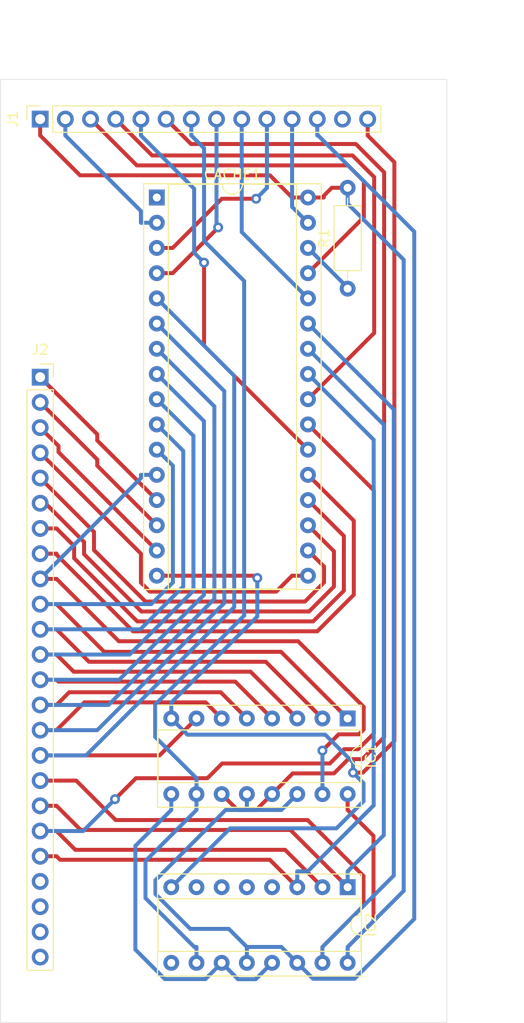
<source format=kicad_pcb>
(kicad_pcb (version 20221018) (generator pcbnew)
  (layers (0 "F.Cu" signal) (31 "B.Cu" signal) (34 "B.Paste" user) (35 "F.Paste" user) (36 "B.SilkS" user "B.Silkscreen") (37 "F.SilkS" user "F.Silkscreen") (38 "B.Mask" user) (39 "F.Mask" user) (44 "Edge.Cuts" user))
  (net 0 "")
  (net 2 "/IOCACHE-128K_ZXspectrum/CACHE_CONTROL.A16")
  (net 3 "/IOCACHE-128K_ZXspectrum/CACHE_SEL_2")
  (net 4 "/IOCACHE-128K_ZXspectrum/CACHE_SEL_0")
  (net 5 "/IOCACHE-128K_ZXspectrum/LOCAL_A7")
  (net 6 "/IOCACHE-128K_ZXspectrum/LOCAL_A6")
  (net 7 "/IOCACHE-128K_ZXspectrum/LOCAL_A5")
  (net 8 "/IOCACHE-128K_ZXspectrum/LOCAL_A4")
  (net 9 "/IOCACHE-128K_ZXspectrum/LOCAL_A3")
  (net 10 "/IOCACHE-128K_ZXspectrum/LOCAL_A2")
  (net 11 "/IOCACHE-128K_ZXspectrum/LOCAL_A1")
  (net 12 "/IOCACHE-128K_ZXspectrum/LOCAL_A0")
  (net 13 "/IOCACHE-128K_ZXspectrum/LOCAL_D0")
  (net 14 "/IOCACHE-128K_ZXspectrum/LOCAL_D1")
  (net 15 "/IOCACHE-128K_ZXspectrum/LOCAL_D2")
  (net 16 "GND")
  (net 17 "/IOCACHE-128K_ZXspectrum/LOCAL_D3")
  (net 18 "/IOCACHE-128K_ZXspectrum/LOCAL_D4")
  (net 19 "/IOCACHE-128K_ZXspectrum/LOCAL_D5")
  (net 20 "/IOCACHE-128K_ZXspectrum/LOCAL_D6")
  (net 21 "/IOCACHE-128K_ZXspectrum/LOCAL_D7")
  (net 22 "/IOCACHE-128K_ZXspectrum/CACHE_CONTROL.CS")
  (net 23 "/IOCACHE-128K_ZXspectrum/LOCAL_A10")
  (net 24 "/IOCACHE-128K_ZXspectrum/CACHE_CONTROL.OE")
  (net 25 "/IOCACHE-128K_ZXspectrum/LOCAL_A11")
  (net 26 "/IOCACHE-128K_ZXspectrum/LOCAL_A9")
  (net 27 "/IOCACHE-128K_ZXspectrum/LOCAL_A8")
  (net 28 "/IOCACHE-128K_ZXspectrum/CACHE_SEL_1")
  (net 29 "/IOCACHE-128K_ZXspectrum/CACHE_CONTROL.WE")
  (net 30 "/IOCACHE-128K_ZXspectrum/CACHE_CE2")
  (net 31 "/IOCACHE-128K_ZXspectrum/CACHE_SEL_3")
  (net 32 "+5V")
  (net 33 "Net-(IC1-~{RCO})")
  (net 34 "/IOCACHE-128K_ZXspectrum/Z80_HARDLOCK")
  (net 35 "/IOCACHE-128K_ZXspectrum/CACHE_CONTROL.DATASTATUS+PERM_Z80_IORQ")
  (net 36 "/IOCACHE-128K_ZXspectrum/CACHE_DATASTATUS")
  (net 43 "/IOCACHE-128K_ZXspectrum/LOCAL_A12")
  (net 44 "/IOCACHE-128K_ZXspectrum/LOCAL_A13")
  (net 45 "/IOCACHE-128K_ZXspectrum/LOCAL_A14")
  (net 46 "/IOCACHE-128K_ZXspectrum/LOCAL_A15")
  (footprint "Connector_PinSocket_2.54mm:PinSocket_1x14_P2.54mm_Vertical" (layer "F.Cu") (at 118 69 90)
    (fp_text reference "J1" (at 0 -2.77 90) (layer "F.SilkS"))
    (fp_text value "Conn_01x14_Socket")
    (fp_line (start -1.33 1.27) (end -1.33 34.35) (stroke (width 0.12)) (layer "F.SilkS"))
    (fp_line (start -1.33 1.27) (end 1.33 1.27) (stroke (width 0.12)) (layer "F.SilkS"))
    (fp_line (start -1.33 34.35) (end 1.33 34.35) (stroke (width 0.12)) (layer "F.SilkS"))
    (fp_line (start 0 -1.33) (end 1.33 -1.33) (stroke (width 0.12)) (layer "F.SilkS"))
    (fp_line (start 1.33 -1.33) (end 1.33 0) (stroke (width 0.12)) (layer "F.SilkS"))
    (fp_line (start 1.33 1.27) (end 1.33 34.35) (stroke (width 0.12)) (layer "F.SilkS"))
    (pad "1" thru_hole rect (at 0 0 90) (size 1.7 1.7) (drill 1) (layers "*.Cu" "*.Mask") (net 32 "+5V"))
    (pad "2" thru_hole oval (at 0 2.54 90) (size 1.7 1.7) (drill 1) (layers "*.Cu" "*.Mask") (net 2 "/IOCACHE-128K_ZXspectrum/CACHE_CONTROL.A16"))
    (pad "3" thru_hole oval (at 0 5.08 90) (size 1.7 1.7) (drill 1) (layers "*.Cu" "*.Mask") (net 29 "/IOCACHE-128K_ZXspectrum/CACHE_CONTROL.WE"))
    (pad "4" thru_hole oval (at 0 7.62 90) (size 1.7 1.7) (drill 1) (layers "*.Cu" "*.Mask") (net 24 "/IOCACHE-128K_ZXspectrum/CACHE_CONTROL.OE"))
    (pad "5" thru_hole oval (at 0 10.16 90) (size 1.7 1.7) (drill 1) (layers "*.Cu" "*.Mask") (net 22 "/IOCACHE-128K_ZXspectrum/CACHE_CONTROL.CS"))
    (pad "6" thru_hole oval (at 0 12.7 90) (size 1.7 1.7) (drill 1) (layers "*.Cu" "*.Mask") (net 35 "/IOCACHE-128K_ZXspectrum/CACHE_CONTROL.DATASTATUS+PERM_Z80_IORQ"))
    (pad "7" thru_hole oval (at 0 15.24 90) (size 1.7 1.7) (drill 1) (layers "*.Cu" "*.Mask") (net 34 "/IOCACHE-128K_ZXspectrum/Z80_HARDLOCK"))
    (pad "8" thru_hole oval (at 0 17.78 90) (size 1.7 1.7) (drill 1) (layers "*.Cu" "*.Mask") (net 4 "/IOCACHE-128K_ZXspectrum/CACHE_SEL_0"))
    (pad "9" thru_hole oval (at 0 20.32 90) (size 1.7 1.7) (drill 1) (layers "*.Cu" "*.Mask") (net 28 "/IOCACHE-128K_ZXspectrum/CACHE_SEL_1"))
    (pad "10" thru_hole oval (at 0 22.86 90) (size 1.7 1.7) (drill 1) (layers "*.Cu" "*.Mask") (net 3 "/IOCACHE-128K_ZXspectrum/CACHE_SEL_2"))
    (pad "11" thru_hole oval (at 0 25.4 90) (size 1.7 1.7) (drill 1) (layers "*.Cu" "*.Mask") (net 31 "/IOCACHE-128K_ZXspectrum/CACHE_SEL_3"))
    (pad "12" thru_hole oval (at 0 27.94 90) (size 1.7 1.7) (drill 1) (layers "*.Cu" "*.Mask") (net 36 "/IOCACHE-128K_ZXspectrum/CACHE_DATASTATUS"))
    (pad "13" thru_hole oval (at 0 30.48 90) (size 1.7 1.7) (drill 1) (layers "*.Cu" "*.Mask"))
    (pad "14" thru_hole oval (at 0 33.02 90) (size 1.7 1.7) (drill 1) (layers "*.Cu" "*.Mask") (net 16 "GND"))
  )
  (footprint "Package_DIP:DIP-16_W7.62mm_Socket" (layer "F.Cu") (at 149 129.38 -90)
    (fp_text reference "IC1" (at 3.81 -2.33 90) (layer "F.SilkS"))
    (fp_text value "74HC590N")
    (fp_line (start -1.33 -1.39) (end -1.33 19.17) (stroke (width 0.12)) (layer "F.SilkS"))
    (fp_line (start -1.33 19.17) (end 8.95 19.17) (stroke (width 0.12)) (layer "F.SilkS"))
    (fp_line (start 1.16 -1.33) (end 1.16 19.11) (stroke (width 0.12)) (layer "F.SilkS"))
    (fp_line (start 1.16 19.11) (end 6.46 19.11) (stroke (width 0.12)) (layer "F.SilkS"))
    (fp_line (start 2.81 -1.33) (end 1.16 -1.33) (stroke (width 0.12)) (layer "F.SilkS"))
    (fp_line (start 6.46 -1.33) (end 4.81 -1.33) (stroke (width 0.12)) (layer "F.SilkS"))
    (fp_line (start 6.46 19.11) (end 6.46 -1.33) (stroke (width 0.12)) (layer "F.SilkS"))
    (fp_line (start 8.95 -1.39) (end -1.33 -1.39) (stroke (width 0.12)) (layer "F.SilkS"))
    (fp_line (start 8.95 19.17) (end 8.95 -1.39) (stroke (width 0.12)) (layer "F.SilkS"))
    (fp_arc (start 4.81 -1.33) (mid 3.81 -0.33) (end 2.81 -1.33) (stroke (width 0.12)) (layer "F.SilkS"))
    (pad "1" thru_hole rect (at 0 0 270) (size 1.6 1.6) (drill 0.8) (layers "*.Cu" "*.Mask") (net 11 "/IOCACHE-128K_ZXspectrum/LOCAL_A1"))
    (pad "2" thru_hole oval (at 0 2.54 270) (size 1.6 1.6) (drill 0.8) (layers "*.Cu" "*.Mask") (net 10 "/IOCACHE-128K_ZXspectrum/LOCAL_A2"))
    (pad "3" thru_hole oval (at 0 5.08 270) (size 1.6 1.6) (drill 0.8) (layers "*.Cu" "*.Mask") (net 9 "/IOCACHE-128K_ZXspectrum/LOCAL_A3"))
    (pad "4" thru_hole oval (at 0 7.62 270) (size 1.6 1.6) (drill 0.8) (layers "*.Cu" "*.Mask") (net 8 "/IOCACHE-128K_ZXspectrum/LOCAL_A4"))
    (pad "5" thru_hole oval (at 0 10.16 270) (size 1.6 1.6) (drill 0.8) (layers "*.Cu" "*.Mask") (net 7 "/IOCACHE-128K_ZXspectrum/LOCAL_A5"))
    (pad "6" thru_hole oval (at 0 12.7 270) (size 1.6 1.6) (drill 0.8) (layers "*.Cu" "*.Mask") (net 6 "/IOCACHE-128K_ZXspectrum/LOCAL_A6"))
    (pad "7" thru_hole oval (at 0 15.24 270) (size 1.6 1.6) (drill 0.8) (layers "*.Cu" "*.Mask") (net 5 "/IOCACHE-128K_ZXspectrum/LOCAL_A7"))
    (pad "8" thru_hole oval (at 0 17.78 270) (size 1.6 1.6) (drill 0.8) (layers "*.Cu" "*.Mask") (net 16 "GND"))
    (pad "9" thru_hole oval (at 7.62 17.78 270) (size 1.6 1.6) (drill 0.8) (layers "*.Cu" "*.Mask") (net 33 "Net-(IC1-~{RCO})"))
    (pad "10" thru_hole oval (at 7.62 15.24 270) (size 1.6 1.6) (drill 0.8) (layers "*.Cu" "*.Mask") (net 34 "/IOCACHE-128K_ZXspectrum/Z80_HARDLOCK"))
    (pad "11" thru_hole oval (at 7.62 12.7 270) (size 1.6 1.6) (drill 0.8) (layers "*.Cu" "*.Mask") (net 35 "/IOCACHE-128K_ZXspectrum/CACHE_CONTROL.DATASTATUS+PERM_Z80_IORQ"))
    (pad "12" thru_hole oval (at 7.62 10.16 270) (size 1.6 1.6) (drill 0.8) (layers "*.Cu" "*.Mask") (net 36 "/IOCACHE-128K_ZXspectrum/CACHE_DATASTATUS"))
    (pad "13" thru_hole oval (at 7.62 7.62 270) (size 1.6 1.6) (drill 0.8) (layers "*.Cu" "*.Mask") (net 35 "/IOCACHE-128K_ZXspectrum/CACHE_CONTROL.DATASTATUS+PERM_Z80_IORQ"))
    (pad "14" thru_hole oval (at 7.62 5.08 270) (size 1.6 1.6) (drill 0.8) (layers "*.Cu" "*.Mask") (net 36 "/IOCACHE-128K_ZXspectrum/CACHE_DATASTATUS"))
    (pad "15" thru_hole oval (at 7.62 2.54 270) (size 1.6 1.6) (drill 0.8) (layers "*.Cu" "*.Mask") (net 12 "/IOCACHE-128K_ZXspectrum/LOCAL_A0"))
    (pad "16" thru_hole oval (at 7.62 0 270) (size 1.6 1.6) (drill 0.8) (layers "*.Cu" "*.Mask") (net 32 "+5V"))
  )
  (footprint "Package_DIP:DIP-16_W7.62mm_Socket" (layer "F.Cu") (at 149 146.38 -90)
    (fp_text reference "IC2" (at 3.81 -2.33 90) (layer "F.SilkS"))
    (fp_text value "74HC590N")
    (fp_line (start -1.33 -1.39) (end -1.33 19.17) (stroke (width 0.12)) (layer "F.SilkS"))
    (fp_line (start -1.33 19.17) (end 8.95 19.17) (stroke (width 0.12)) (layer "F.SilkS"))
    (fp_line (start 1.16 -1.33) (end 1.16 19.11) (stroke (width 0.12)) (layer "F.SilkS"))
    (fp_line (start 1.16 19.11) (end 6.46 19.11) (stroke (width 0.12)) (layer "F.SilkS"))
    (fp_line (start 2.81 -1.33) (end 1.16 -1.33) (stroke (width 0.12)) (layer "F.SilkS"))
    (fp_line (start 6.46 -1.33) (end 4.81 -1.33) (stroke (width 0.12)) (layer "F.SilkS"))
    (fp_line (start 6.46 19.11) (end 6.46 -1.33) (stroke (width 0.12)) (layer "F.SilkS"))
    (fp_line (start 8.95 -1.39) (end -1.33 -1.39) (stroke (width 0.12)) (layer "F.SilkS"))
    (fp_line (start 8.95 19.17) (end 8.95 -1.39) (stroke (width 0.12)) (layer "F.SilkS"))
    (fp_arc (start 4.81 -1.33) (mid 3.81 -0.33) (end 2.81 -1.33) (stroke (width 0.12)) (layer "F.SilkS"))
    (pad "1" thru_hole rect (at 0 0 270) (size 1.6 1.6) (drill 0.8) (layers "*.Cu" "*.Mask") (net 26 "/IOCACHE-128K_ZXspectrum/LOCAL_A9"))
    (pad "2" thru_hole oval (at 0 2.54 270) (size 1.6 1.6) (drill 0.8) (layers "*.Cu" "*.Mask") (net 23 "/IOCACHE-128K_ZXspectrum/LOCAL_A10"))
    (pad "3" thru_hole oval (at 0 5.08 270) (size 1.6 1.6) (drill 0.8) (layers "*.Cu" "*.Mask") (net 25 "/IOCACHE-128K_ZXspectrum/LOCAL_A11"))
    (pad "4" thru_hole oval (at 0 7.62 270) (size 1.6 1.6) (drill 0.8) (layers "*.Cu" "*.Mask"))
    (pad "5" thru_hole oval (at 0 10.16 270) (size 1.6 1.6) (drill 0.8) (layers "*.Cu" "*.Mask"))
    (pad "6" thru_hole oval (at 0 12.7 270) (size 1.6 1.6) (drill 0.8) (layers "*.Cu" "*.Mask"))
    (pad "7" thru_hole oval (at 0 15.24 270) (size 1.6 1.6) (drill 0.8) (layers "*.Cu" "*.Mask"))
    (pad "8" thru_hole oval (at 0 17.78 270) (size 1.6 1.6) (drill 0.8) (layers "*.Cu" "*.Mask") (net 16 "GND"))
    (pad "9" thru_hole oval (at 7.62 17.78 270) (size 1.6 1.6) (drill 0.8) (layers "*.Cu" "*.Mask"))
    (pad "10" thru_hole oval (at 7.62 15.24 270) (size 1.6 1.6) (drill 0.8) (layers "*.Cu" "*.Mask") (net 34 "/IOCACHE-128K_ZXspectrum/Z80_HARDLOCK"))
    (pad "11" thru_hole oval (at 7.62 12.7 270) (size 1.6 1.6) (drill 0.8) (layers "*.Cu" "*.Mask") (net 33 "Net-(IC1-~{RCO})"))
    (pad "12" thru_hole oval (at 7.62 10.16 270) (size 1.6 1.6) (drill 0.8) (layers "*.Cu" "*.Mask") (net 36 "/IOCACHE-128K_ZXspectrum/CACHE_DATASTATUS"))
    (pad "13" thru_hole oval (at 7.62 7.62 270) (size 1.6 1.6) (drill 0.8) (layers "*.Cu" "*.Mask") (net 33 "Net-(IC1-~{RCO})"))
    (pad "14" thru_hole oval (at 7.62 5.08 270) (size 1.6 1.6) (drill 0.8) (layers "*.Cu" "*.Mask") (net 36 "/IOCACHE-128K_ZXspectrum/CACHE_DATASTATUS"))
    (pad "15" thru_hole oval (at 7.62 2.54 270) (size 1.6 1.6) (drill 0.8) (layers "*.Cu" "*.Mask") (net 27 "/IOCACHE-128K_ZXspectrum/LOCAL_A8"))
    (pad "16" thru_hole oval (at 7.62 0 270) (size 1.6 1.6) (drill 0.8) (layers "*.Cu" "*.Mask") (net 32 "+5V"))
  )
  (footprint "Package_DIP:DIP-32_W15.24mm_Socket" (layer "F.Cu") (at 129.76 76.9)
    (fp_text reference "CACHE1" (at 7.62 -2.33) (layer "F.SilkS"))
    (fp_text value "AS6C1008-55PCN")
    (fp_line (start -1.33 -1.39) (end -1.33 39.49) (stroke (width 0.12)) (layer "F.SilkS"))
    (fp_line (start -1.33 39.49) (end 16.57 39.49) (stroke (width 0.12)) (layer "F.SilkS"))
    (fp_line (start 1.16 -1.33) (end 1.16 39.43) (stroke (width 0.12)) (layer "F.SilkS"))
    (fp_line (start 1.16 39.43) (end 14.08 39.43) (stroke (width 0.12)) (layer "F.SilkS"))
    (fp_line (start 6.62 -1.33) (end 1.16 -1.33) (stroke (width 0.12)) (layer "F.SilkS"))
    (fp_line (start 14.08 -1.33) (end 8.62 -1.33) (stroke (width 0.12)) (layer "F.SilkS"))
    (fp_line (start 14.08 39.43) (end 14.08 -1.33) (stroke (width 0.12)) (layer "F.SilkS"))
    (fp_line (start 16.57 -1.39) (end -1.33 -1.39) (stroke (width 0.12)) (layer "F.SilkS"))
    (fp_line (start 16.57 39.49) (end 16.57 -1.39) (stroke (width 0.12)) (layer "F.SilkS"))
    (fp_arc (start 8.62 -1.33) (mid 7.62 -0.33) (end 6.62 -1.33) (stroke (width 0.12)) (layer "F.SilkS"))
    (pad "1" thru_hole rect (at 0 0) (size 1.6 1.6) (drill 0.8) (layers "*.Cu" "*.Mask"))
    (pad "2" thru_hole oval (at 0 2.54) (size 1.6 1.6) (drill 0.8) (layers "*.Cu" "*.Mask") (net 2 "/IOCACHE-128K_ZXspectrum/CACHE_CONTROL.A16"))
    (pad "3" thru_hole oval (at 0 5.08) (size 1.6 1.6) (drill 0.8) (layers "*.Cu" "*.Mask") (net 3 "/IOCACHE-128K_ZXspectrum/CACHE_SEL_2"))
    (pad "4" thru_hole oval (at 0 7.62) (size 1.6 1.6) (drill 0.8) (layers "*.Cu" "*.Mask") (net 4 "/IOCACHE-128K_ZXspectrum/CACHE_SEL_0"))
    (pad "5" thru_hole oval (at 0 10.16) (size 1.6 1.6) (drill 0.8) (layers "*.Cu" "*.Mask") (net 5 "/IOCACHE-128K_ZXspectrum/LOCAL_A7"))
    (pad "6" thru_hole oval (at 0 12.7) (size 1.6 1.6) (drill 0.8) (layers "*.Cu" "*.Mask") (net 6 "/IOCACHE-128K_ZXspectrum/LOCAL_A6"))
    (pad "7" thru_hole oval (at 0 15.24) (size 1.6 1.6) (drill 0.8) (layers "*.Cu" "*.Mask") (net 7 "/IOCACHE-128K_ZXspectrum/LOCAL_A5"))
    (pad "8" thru_hole oval (at 0 17.78) (size 1.6 1.6) (drill 0.8) (layers "*.Cu" "*.Mask") (net 8 "/IOCACHE-128K_ZXspectrum/LOCAL_A4"))
    (pad "9" thru_hole oval (at 0 20.32) (size 1.6 1.6) (drill 0.8) (layers "*.Cu" "*.Mask") (net 9 "/IOCACHE-128K_ZXspectrum/LOCAL_A3"))
    (pad "10" thru_hole oval (at 0 22.86) (size 1.6 1.6) (drill 0.8) (layers "*.Cu" "*.Mask") (net 10 "/IOCACHE-128K_ZXspectrum/LOCAL_A2"))
    (pad "11" thru_hole oval (at 0 25.4) (size 1.6 1.6) (drill 0.8) (layers "*.Cu" "*.Mask") (net 11 "/IOCACHE-128K_ZXspectrum/LOCAL_A1"))
    (pad "12" thru_hole oval (at 0 27.94) (size 1.6 1.6) (drill 0.8) (layers "*.Cu" "*.Mask") (net 12 "/IOCACHE-128K_ZXspectrum/LOCAL_A0"))
    (pad "13" thru_hole oval (at 0 30.48) (size 1.6 1.6) (drill 0.8) (layers "*.Cu" "*.Mask") (net 13 "/IOCACHE-128K_ZXspectrum/LOCAL_D0"))
    (pad "14" thru_hole oval (at 0 33.02) (size 1.6 1.6) (drill 0.8) (layers "*.Cu" "*.Mask") (net 14 "/IOCACHE-128K_ZXspectrum/LOCAL_D1"))
    (pad "15" thru_hole oval (at 0 35.56) (size 1.6 1.6) (drill 0.8) (layers "*.Cu" "*.Mask") (net 15 "/IOCACHE-128K_ZXspectrum/LOCAL_D2"))
    (pad "16" thru_hole oval (at 0 38.1) (size 1.6 1.6) (drill 0.8) (layers "*.Cu" "*.Mask") (net 16 "GND"))
    (pad "17" thru_hole oval (at 15.24 38.1) (size 1.6 1.6) (drill 0.8) (layers "*.Cu" "*.Mask") (net 17 "/IOCACHE-128K_ZXspectrum/LOCAL_D3"))
    (pad "18" thru_hole oval (at 15.24 35.56) (size 1.6 1.6) (drill 0.8) (layers "*.Cu" "*.Mask") (net 18 "/IOCACHE-128K_ZXspectrum/LOCAL_D4"))
    (pad "19" thru_hole oval (at 15.24 33.02) (size 1.6 1.6) (drill 0.8) (layers "*.Cu" "*.Mask") (net 19 "/IOCACHE-128K_ZXspectrum/LOCAL_D5"))
    (pad "20" thru_hole oval (at 15.24 30.48) (size 1.6 1.6) (drill 0.8) (layers "*.Cu" "*.Mask") (net 20 "/IOCACHE-128K_ZXspectrum/LOCAL_D6"))
    (pad "21" thru_hole oval (at 15.24 27.94) (size 1.6 1.6) (drill 0.8) (layers "*.Cu" "*.Mask") (net 21 "/IOCACHE-128K_ZXspectrum/LOCAL_D7"))
    (pad "22" thru_hole oval (at 15.24 25.4) (size 1.6 1.6) (drill 0.8) (layers "*.Cu" "*.Mask") (net 22 "/IOCACHE-128K_ZXspectrum/CACHE_CONTROL.CS"))
    (pad "23" thru_hole oval (at 15.24 22.86) (size 1.6 1.6) (drill 0.8) (layers "*.Cu" "*.Mask") (net 23 "/IOCACHE-128K_ZXspectrum/LOCAL_A10"))
    (pad "24" thru_hole oval (at 15.24 20.32) (size 1.6 1.6) (drill 0.8) (layers "*.Cu" "*.Mask") (net 24 "/IOCACHE-128K_ZXspectrum/CACHE_CONTROL.OE"))
    (pad "25" thru_hole oval (at 15.24 17.78) (size 1.6 1.6) (drill 0.8) (layers "*.Cu" "*.Mask") (net 25 "/IOCACHE-128K_ZXspectrum/LOCAL_A11"))
    (pad "26" thru_hole oval (at 15.24 15.24) (size 1.6 1.6) (drill 0.8) (layers "*.Cu" "*.Mask") (net 26 "/IOCACHE-128K_ZXspectrum/LOCAL_A9"))
    (pad "27" thru_hole oval (at 15.24 12.7) (size 1.6 1.6) (drill 0.8) (layers "*.Cu" "*.Mask") (net 27 "/IOCACHE-128K_ZXspectrum/LOCAL_A8"))
    (pad "28" thru_hole oval (at 15.24 10.16) (size 1.6 1.6) (drill 0.8) (layers "*.Cu" "*.Mask") (net 28 "/IOCACHE-128K_ZXspectrum/CACHE_SEL_1"))
    (pad "29" thru_hole oval (at 15.24 7.62) (size 1.6 1.6) (drill 0.8) (layers "*.Cu" "*.Mask") (net 29 "/IOCACHE-128K_ZXspectrum/CACHE_CONTROL.WE"))
    (pad "30" thru_hole oval (at 15.24 5.08) (size 1.6 1.6) (drill 0.8) (layers "*.Cu" "*.Mask") (net 30 "/IOCACHE-128K_ZXspectrum/CACHE_CE2"))
    (pad "31" thru_hole oval (at 15.24 2.54) (size 1.6 1.6) (drill 0.8) (layers "*.Cu" "*.Mask") (net 31 "/IOCACHE-128K_ZXspectrum/CACHE_SEL_3"))
    (pad "32" thru_hole oval (at 15.24 0) (size 1.6 1.6) (drill 0.8) (layers "*.Cu" "*.Mask") (net 32 "+5V"))
  )
  (footprint "Resistor_THT:R_Axial_DIN0207_L6.3mm_D2.5mm_P10.16mm_Horizontal" (layer "F.Cu") (at 149 86.08 90)
    (fp_text reference "R1" (at 5.08 -2.37 90) (layer "F.SilkS"))
    (fp_text value "10K")
    (fp_line (start 1.04 0) (end 1.81 0) (stroke (width 0.12)) (layer "F.SilkS"))
    (fp_line (start 1.81 -1.37) (end 1.81 1.37) (stroke (width 0.12)) (layer "F.SilkS"))
    (fp_line (start 1.81 1.37) (end 8.35 1.37) (stroke (width 0.12)) (layer "F.SilkS"))
    (fp_line (start 8.35 -1.37) (end 1.81 -1.37) (stroke (width 0.12)) (layer "F.SilkS"))
    (fp_line (start 8.35 1.37) (end 8.35 -1.37) (stroke (width 0.12)) (layer "F.SilkS"))
    (fp_line (start 9.12 0) (end 8.35 0) (stroke (width 0.12)) (layer "F.SilkS"))
    (pad "1" thru_hole circle (at 0 0 90) (size 1.6 1.6) (drill 0.8) (layers "*.Cu" "*.Mask") (net 30 "/IOCACHE-128K_ZXspectrum/CACHE_CE2"))
    (pad "2" thru_hole oval (at 10.16 0 90) (size 1.6 1.6) (drill 0.8) (layers "*.Cu" "*.Mask") (net 32 "+5V"))
  )
  (footprint "Connector_PinSocket_2.54mm:PinSocket_1x24_P2.54mm_Vertical" (layer "F.Cu") (at 118 95)
    (fp_text reference "J2" (at 0 -2.77) (layer "F.SilkS"))
    (fp_text value "Conn_01x24_Socket")
    (fp_line (start -1.33 1.27) (end -1.33 59.75) (stroke (width 0.12)) (layer "F.SilkS"))
    (fp_line (start -1.33 1.27) (end 1.33 1.27) (stroke (width 0.12)) (layer "F.SilkS"))
    (fp_line (start -1.33 59.75) (end 1.33 59.75) (stroke (width 0.12)) (layer "F.SilkS"))
    (fp_line (start 0 -1.33) (end 1.33 -1.33) (stroke (width 0.12)) (layer "F.SilkS"))
    (fp_line (start 1.33 -1.33) (end 1.33 0) (stroke (width 0.12)) (layer "F.SilkS"))
    (fp_line (start 1.33 1.27) (end 1.33 59.75) (stroke (width 0.12)) (layer "F.SilkS"))
    (pad "1" thru_hole rect (at 0 0) (size 1.7 1.7) (drill 1) (layers "*.Cu" "*.Mask") (net 13 "/IOCACHE-128K_ZXspectrum/LOCAL_D0"))
    (pad "2" thru_hole oval (at 0 2.54) (size 1.7 1.7) (drill 1) (layers "*.Cu" "*.Mask") (net 14 "/IOCACHE-128K_ZXspectrum/LOCAL_D1"))
    (pad "3" thru_hole oval (at 0 5.08) (size 1.7 1.7) (drill 1) (layers "*.Cu" "*.Mask") (net 15 "/IOCACHE-128K_ZXspectrum/LOCAL_D2"))
    (pad "4" thru_hole oval (at 0 7.62) (size 1.7 1.7) (drill 1) (layers "*.Cu" "*.Mask") (net 17 "/IOCACHE-128K_ZXspectrum/LOCAL_D3"))
    (pad "5" thru_hole oval (at 0 10.16) (size 1.7 1.7) (drill 1) (layers "*.Cu" "*.Mask") (net 18 "/IOCACHE-128K_ZXspectrum/LOCAL_D4"))
    (pad "6" thru_hole oval (at 0 12.7) (size 1.7 1.7) (drill 1) (layers "*.Cu" "*.Mask") (net 19 "/IOCACHE-128K_ZXspectrum/LOCAL_D5"))
    (pad "7" thru_hole oval (at 0 15.24) (size 1.7 1.7) (drill 1) (layers "*.Cu" "*.Mask") (net 20 "/IOCACHE-128K_ZXspectrum/LOCAL_D6"))
    (pad "8" thru_hole oval (at 0 17.78) (size 1.7 1.7) (drill 1) (layers "*.Cu" "*.Mask") (net 21 "/IOCACHE-128K_ZXspectrum/LOCAL_D7"))
    (pad "9" thru_hole oval (at 0 20.32) (size 1.7 1.7) (drill 1) (layers "*.Cu" "*.Mask") (net 12 "/IOCACHE-128K_ZXspectrum/LOCAL_A0"))
    (pad "10" thru_hole oval (at 0 22.86) (size 1.7 1.7) (drill 1) (layers "*.Cu" "*.Mask") (net 11 "/IOCACHE-128K_ZXspectrum/LOCAL_A1"))
    (pad "11" thru_hole oval (at 0 25.4) (size 1.7 1.7) (drill 1) (layers "*.Cu" "*.Mask") (net 10 "/IOCACHE-128K_ZXspectrum/LOCAL_A2"))
    (pad "12" thru_hole oval (at 0 27.94) (size 1.7 1.7) (drill 1) (layers "*.Cu" "*.Mask") (net 9 "/IOCACHE-128K_ZXspectrum/LOCAL_A3"))
    (pad "13" thru_hole oval (at 0 30.48) (size 1.7 1.7) (drill 1) (layers "*.Cu" "*.Mask") (net 8 "/IOCACHE-128K_ZXspectrum/LOCAL_A4"))
    (pad "14" thru_hole oval (at 0 33.02) (size 1.7 1.7) (drill 1) (layers "*.Cu" "*.Mask") (net 7 "/IOCACHE-128K_ZXspectrum/LOCAL_A5"))
    (pad "15" thru_hole oval (at 0 35.56) (size 1.7 1.7) (drill 1) (layers "*.Cu" "*.Mask") (net 6 "/IOCACHE-128K_ZXspectrum/LOCAL_A6"))
    (pad "16" thru_hole oval (at 0 38.1) (size 1.7 1.7) (drill 1) (layers "*.Cu" "*.Mask") (net 5 "/IOCACHE-128K_ZXspectrum/LOCAL_A7"))
    (pad "17" thru_hole oval (at 0 40.64) (size 1.7 1.7) (drill 1) (layers "*.Cu" "*.Mask") (net 27 "/IOCACHE-128K_ZXspectrum/LOCAL_A8"))
    (pad "18" thru_hole oval (at 0 43.18) (size 1.7 1.7) (drill 1) (layers "*.Cu" "*.Mask") (net 26 "/IOCACHE-128K_ZXspectrum/LOCAL_A9"))
    (pad "19" thru_hole oval (at 0 45.72) (size 1.7 1.7) (drill 1) (layers "*.Cu" "*.Mask") (net 23 "/IOCACHE-128K_ZXspectrum/LOCAL_A10"))
    (pad "20" thru_hole oval (at 0 48.26) (size 1.7 1.7) (drill 1) (layers "*.Cu" "*.Mask") (net 25 "/IOCACHE-128K_ZXspectrum/LOCAL_A11"))
    (pad "21" thru_hole oval (at 0 50.8) (size 1.7 1.7) (drill 1) (layers "*.Cu" "*.Mask") (net 43 "/IOCACHE-128K_ZXspectrum/LOCAL_A12"))
    (pad "22" thru_hole oval (at 0 53.34) (size 1.7 1.7) (drill 1) (layers "*.Cu" "*.Mask") (net 44 "/IOCACHE-128K_ZXspectrum/LOCAL_A13"))
    (pad "23" thru_hole oval (at 0 55.88) (size 1.7 1.7) (drill 1) (layers "*.Cu" "*.Mask") (net 45 "/IOCACHE-128K_ZXspectrum/LOCAL_A14"))
    (pad "24" thru_hole oval (at 0 58.42) (size 1.7 1.7) (drill 1) (layers "*.Cu" "*.Mask") (net 46 "/IOCACHE-128K_ZXspectrum/LOCAL_A15"))
  )
  (gr_rect (start 114 65) (end 159 160) (stroke (width 0.05)) (fill none) (layer "Edge.Cuts"))
  (segment (start 128.1599 79.44) (end 128.1599 78.27) (width 0.4) (layer "B.Cu") (net 2))
  (segment (start 128.1599 78.27) (end 120.54 70.6501) (width 0.4) (layer "B.Cu") (net 2))
  (segment (start 129.76 79.44) (end 128.1599 79.44) (width 0.4) (layer "B.Cu") (net 2))
  (segment (start 120.54 69) (end 120.54 70.6501) (width 0.4) (layer "B.Cu") (net 2))
  (segment (start 136.3181 77.022) (end 139.77 77.022) (width 0.4) (layer "F.Cu") (net 3))
  (segment (start 129.76 81.98) (end 131.3601 81.98) (width 0.4) (layer "F.Cu") (net 3))
  (segment (start 131.3601 81.98) (end 136.3181 77.022) (width 0.4) (layer "F.Cu") (net 3))
  (via (at 139.77 77.022) (size 1) (drill 0.5) (layers "F.Cu" "B.Cu") (net 3))
  (segment (start 139.77 77.022) (end 140.86 75.932) (width 0.4) (layer "B.Cu") (net 3))
  (segment (start 140.86 75.932) (end 140.86 69) (width 0.4) (layer "B.Cu") (net 3))
  (segment (start 129.76 84.52) (end 131.3601 84.52) (width 0.4) (layer "F.Cu") (net 4))
  (segment (start 135.9472 79.9329) (end 135.9472 79.9117) (width 0.4) (layer "F.Cu") (net 4))
  (segment (start 131.3601 84.52) (end 135.9472 79.9329) (width 0.4) (layer "F.Cu") (net 4))
  (via (at 135.9472 79.9117) (size 1) (drill 0.5) (layers "F.Cu" "B.Cu") (net 4))
  (segment (start 135.78 79.7445) (end 135.9472 79.9117) (width 0.4) (layer "B.Cu") (net 4))
  (segment (start 135.78 69) (end 135.78 79.7445) (width 0.4) (layer "B.Cu") (net 4))
  (segment (start 133.76 129.38) (end 130.04 133.1) (width 0.4) (layer "F.Cu") (net 5))
  (segment (start 118 133.1) (end 119.6501 133.1) (width 0.4) (layer "F.Cu") (net 5))
  (segment (start 130.04 133.1) (end 119.6501 133.1) (width 0.4) (layer "F.Cu") (net 5))
  (segment (start 137.5655 94.8655) (end 137.5655 118.1655) (width 0.4) (layer "B.Cu") (net 5))
  (segment (start 129.76 87.06) (end 137.5655 94.8655) (width 0.4) (layer "B.Cu") (net 5))
  (segment (start 137.5655 118.1655) (end 122.631 133.1) (width 0.4) (layer "B.Cu") (net 5))
  (segment (start 122.631 133.1) (end 118 133.1) (width 0.4) (layer "B.Cu") (net 5))
  (segment (start 119.6501 130.56) (end 122.4497 127.7604) (width 0.4) (layer "F.Cu") (net 6))
  (segment (start 122.4497 127.7604) (end 134.6804 127.7604) (width 0.4) (layer "F.Cu") (net 6))
  (segment (start 118 130.56) (end 119.6501 130.56) (width 0.4) (layer "F.Cu") (net 6))
  (segment (start 134.6804 127.7604) (end 136.3 129.38) (width 0.4) (layer "F.Cu") (net 6))
  (segment (start 136.5654 96.4054) (end 136.5654 117.7513) (width 0.4) (layer "B.Cu") (net 6))
  (segment (start 123.7567 130.56) (end 118 130.56) (width 0.4) (layer "B.Cu") (net 6))
  (segment (start 129.76 89.6) (end 136.5654 96.4054) (width 0.4) (layer "B.Cu") (net 6))
  (segment (start 136.5654 117.7513) (end 123.7567 130.56) (width 0.4) (layer "B.Cu") (net 6))
  (segment (start 138.84 129.38) (end 136.2008 126.7408) (width 0.4) (layer "F.Cu") (net 7))
  (segment (start 136.2008 126.7408) (end 120.9293 126.7408) (width 0.4) (layer "F.Cu") (net 7))
  (segment (start 120.9293 126.7408) (end 119.6501 128.02) (width 0.4) (layer "F.Cu") (net 7))
  (segment (start 118 128.02) (end 119.6501 128.02) (width 0.4) (layer "F.Cu") (net 7))
  (segment (start 135.5653 117.3371) (end 124.8824 128.02) (width 0.4) (layer "B.Cu") (net 7))
  (segment (start 124.8824 128.02) (end 118 128.02) (width 0.4) (layer "B.Cu") (net 7))
  (segment (start 129.76 92.14) (end 135.5653 97.9453) (width 0.4) (layer "B.Cu") (net 7))
  (segment (start 135.5653 97.9453) (end 135.5653 117.3371) (width 0.4) (layer "B.Cu") (net 7))
  (segment (start 119.8376 125.6675) (end 137.6675 125.6675) (width 0.4) (layer "F.Cu") (net 8))
  (segment (start 137.6675 125.6675) (end 141.38 129.38) (width 0.4) (layer "F.Cu") (net 8))
  (segment (start 119.6501 125.48) (end 119.8376 125.6675) (width 0.4) (layer "F.Cu") (net 8))
  (segment (start 118 125.48) (end 119.6501 125.48) (width 0.4) (layer "F.Cu") (net 8))
  (segment (start 125.9692 125.48) (end 119.6501 125.48) (width 0.4) (layer "B.Cu") (net 8))
  (segment (start 134.5139 116.9353) (end 125.9692 125.48) (width 0.4) (layer "B.Cu") (net 8))
  (segment (start 118 125.48) (end 119.6501 125.48) (width 0.4) (layer "B.Cu") (net 8))
  (segment (start 129.76 94.68) (end 134.5139 99.4339) (width 0.4) (layer "B.Cu") (net 8))
  (segment (start 134.5139 99.4339) (end 134.5139 116.9353) (width 0.4) (layer "B.Cu") (net 8))
  (segment (start 121.3775 124.6674) (end 139.2074 124.6674) (width 0.4) (layer "F.Cu") (net 9))
  (segment (start 118 122.94) (end 119.6501 122.94) (width 0.4) (layer "F.Cu") (net 9))
  (segment (start 139.2074 124.6674) (end 143.92 129.38) (width 0.4) (layer "F.Cu") (net 9))
  (segment (start 119.6501 122.94) (end 121.3775 124.6674) (width 0.4) (layer "F.Cu") (net 9))
  (segment (start 129.76 97.22) (end 133.4529 100.9129) (width 0.4) (layer "B.Cu") (net 9))
  (segment (start 133.4529 116.5076) (end 127.0205 122.94) (width 0.4) (layer "B.Cu") (net 9))
  (segment (start 133.4529 100.9129) (end 133.4529 116.5076) (width 0.4) (layer "B.Cu") (net 9))
  (segment (start 127.0205 122.94) (end 119.6501 122.94) (width 0.4) (layer "B.Cu") (net 9))
  (segment (start 118 122.94) (end 119.6501 122.94) (width 0.4) (layer "B.Cu") (net 9))
  (segment (start 119.6501 120.4) (end 122.9174 123.6673) (width 0.4) (layer "F.Cu") (net 10))
  (segment (start 122.9174 123.6673) (end 140.7473 123.6673) (width 0.4) (layer "F.Cu") (net 10))
  (segment (start 140.7473 123.6673) (end 146.46 129.38) (width 0.4) (layer "F.Cu") (net 10))
  (segment (start 118 120.4) (end 119.6501 120.4) (width 0.4) (layer "F.Cu") (net 10))
  (segment (start 118 120.4) (end 119.6501 120.4) (width 0.4) (layer "B.Cu") (net 10))
  (segment (start 132.4288 102.4288) (end 132.4288 116.0801) (width 0.4) (layer "B.Cu") (net 10))
  (segment (start 132.4288 116.0801) (end 128.1089 120.4) (width 0.4) (layer "B.Cu") (net 10))
  (segment (start 128.1089 120.4) (end 119.6501 120.4) (width 0.4) (layer "B.Cu") (net 10))
  (segment (start 129.76 99.76) (end 132.4288 102.4288) (width 0.4) (layer "B.Cu") (net 10))
  (segment (start 124.4573 122.6672) (end 142.2872 122.6672) (width 0.4) (layer "F.Cu") (net 11))
  (segment (start 118 117.86) (end 119.6501 117.86) (width 0.4) (layer "F.Cu") (net 11))
  (segment (start 119.6501 117.86) (end 124.4573 122.6672) (width 0.4) (layer "F.Cu") (net 11))
  (segment (start 142.2872 122.6672) (end 149 129.38) (width 0.4) (layer "F.Cu") (net 11))
  (segment (start 131.3837 103.9237) (end 131.3837 115.6806) (width 0.4) (layer "B.Cu") (net 11))
  (segment (start 129.76 102.3) (end 131.3837 103.9237) (width 0.4) (layer "B.Cu") (net 11))
  (segment (start 129.2043 117.86) (end 118 117.86) (width 0.4) (layer "B.Cu") (net 11))
  (segment (start 131.3837 115.6806) (end 129.2043 117.86) (width 0.4) (layer "B.Cu") (net 11))
  (segment (start 144.0049 121.603) (end 150.6207 128.2188) (width 0.4) (layer "F.Cu") (net 12))
  (segment (start 118 115.32) (end 119.6501 115.32) (width 0.4) (layer "F.Cu") (net 12))
  (segment (start 150.6207 128.2188) (end 150.6207 130.4908) (width 0.4) (layer "F.Cu") (net 12))
  (segment (start 119.6501 115.32) (end 125.9331 121.603) (width 0.4) (layer "F.Cu") (net 12))
  (segment (start 148.0952 130.9802) (end 146.46 132.6154) (width 0.4) (layer "F.Cu") (net 12))
  (segment (start 125.9331 121.603) (end 144.0049 121.603) (width 0.4) (layer "F.Cu") (net 12))
  (segment (start 150.6207 130.4908) (end 150.1313 130.9802) (width 0.4) (layer "F.Cu") (net 12))
  (segment (start 150.1313 130.9802) (end 148.0952 130.9802) (width 0.4) (layer "F.Cu") (net 12))
  (via (at 146.46 132.6154) (size 1) (drill 0.5) (layers "F.Cu" "B.Cu") (net 12))
  (segment (start 128.1599 104.84) (end 128.1599 105.1601) (width 0.4) (layer "B.Cu") (net 12))
  (segment (start 128.1599 105.1601) (end 118 115.32) (width 0.4) (layer "B.Cu") (net 12))
  (segment (start 146.46 137) (end 146.46 132.6154) (width 0.4) (layer "B.Cu") (net 12))
  (segment (start 129.76 104.84) (end 128.1599 104.84) (width 0.4) (layer "B.Cu") (net 12))
  (segment (start 123.7554 100.7554) (end 118 95) (width 0.4) (layer "F.Cu") (net 13))
  (segment (start 129.76 107.38) (end 123.7554 101.3754) (width 0.4) (layer "F.Cu") (net 13))
  (segment (start 123.7554 101.3754) (end 123.7554 100.7554) (width 0.4) (layer "F.Cu") (net 13))
  (segment (start 129.76 109.92) (end 123.7554 103.9154) (width 0.4) (layer "F.Cu") (net 14))
  (segment (start 123.7554 103.2954) (end 118 97.54) (width 0.4) (layer "F.Cu") (net 14))
  (segment (start 123.7554 103.9154) (end 123.7554 103.2954) (width 0.4) (layer "F.Cu") (net 14))
  (segment (start 129.76 112.46) (end 119.8497 102.5497) (width 0.4) (layer "F.Cu") (net 15))
  (segment (start 119.8497 101.9297) (end 118 100.08) (width 0.4) (layer "F.Cu") (net 15))
  (segment (start 119.8497 102.5497) (end 119.8497 101.9297) (width 0.4) (layer "F.Cu") (net 15))
  (segment (start 151.02 70.6501) (end 153.7113 73.3414) (width 0.4) (layer "F.Cu") (net 16))
  (segment (start 153.7113 73.3414) (end 153.7113 131.6599) (width 0.4) (layer "F.Cu") (net 16))
  (segment (start 150.5351 134.8361) (end 149.5427 134.8361) (width 0.4) (layer "F.Cu") (net 16))
  (segment (start 153.7113 131.6599) (end 150.5351 134.8361) (width 0.4) (layer "F.Cu") (net 16))
  (segment (start 129.76 115) (end 139.6653 115) (width 0.4) (layer "F.Cu") (net 16))
  (segment (start 151.02 69) (end 151.02 70.6501) (width 0.4) (layer "F.Cu") (net 16))
  (segment (start 139.6653 115) (end 139.8929 115.2276) (width 0.4) (layer "F.Cu") (net 16))
  (via (at 139.8929 115.2276) (size 1) (drill 0.5) (layers "F.Cu" "B.Cu") (net 16))
  (via (at 149.5427 134.8361) (size 1) (drill 0.5) (layers "F.Cu" "B.Cu") (net 16))
  (segment (start 139.8929 119.107) (end 131.22 127.7799) (width 0.4) (layer "B.Cu") (net 16))
  (segment (start 149.5427 133.8149) (end 146.7393 131.0115) (width 0.4) (layer "B.Cu") (net 16))
  (segment (start 150.6047 135.8981) (end 149.5427 134.8361) (width 0.4) (layer "B.Cu") (net 16))
  (segment (start 146.7393 131.0115) (end 132.8515 131.0115) (width 0.4) (layer "B.Cu") (net 16))
  (segment (start 132.8515 131.0115) (end 131.22 129.38) (width 0.4) (layer "B.Cu") (net 16))
  (segment (start 149.5427 134.8361) (end 149.5427 133.8149) (width 0.4) (layer "B.Cu") (net 16))
  (segment (start 131.22 129.38) (end 131.22 127.7799) (width 0.4) (layer "B.Cu") (net 16))
  (segment (start 150.6047 137.7173) (end 150.6047 135.8981) (width 0.4) (layer "B.Cu") (net 16))
  (segment (start 139.8929 115.2276) (end 139.8929 119.107) (width 0.4) (layer "B.Cu") (net 16))
  (segment (start 131.22 146.38) (end 137.15 140.45) (width 0.4) (layer "B.Cu") (net 16))
  (segment (start 137.15 140.45) (end 147.872 140.45) (width 0.4) (layer "B.Cu") (net 16))
  (segment (start 147.872 140.45) (end 150.6047 137.7173) (width 0.4) (layer "B.Cu") (net 16))
  (segment (start 128.1598 115.6973) (end 128.1598 112.7798) (width 0.4) (layer "F.Cu") (net 17))
  (segment (start 145 115) (end 143.3999 115) (width 0.4) (layer "F.Cu") (net 17))
  (segment (start 128.1598 112.7798) (end 118 102.62) (width 0.4) (layer "F.Cu") (net 17))
  (segment (start 143.3999 115) (end 141.7987 116.6012) (width 0.4) (layer "F.Cu") (net 17))
  (segment (start 141.7987 116.6012) (end 129.0637 116.6012) (width 0.4) (layer "F.Cu") (net 17))
  (segment (start 129.0637 116.6012) (end 128.1598 115.6973) (width 0.4) (layer "F.Cu") (net 17))
  (segment (start 123.4265 110.5865) (end 123.4265 112.4131) (width 0.4) (layer "F.Cu") (net 18))
  (segment (start 123.4265 112.4131) (end 128.6159 117.6025) (width 0.4) (layer "F.Cu") (net 18))
  (segment (start 146.6202 115.6759) (end 146.6202 114.0802) (width 0.4) (layer "F.Cu") (net 18))
  (segment (start 146.6202 114.0802) (end 145 112.46) (width 0.4) (layer "F.Cu") (net 18))
  (segment (start 144.6936 117.6025) (end 146.6202 115.6759) (width 0.4) (layer "F.Cu") (net 18))
  (segment (start 118 105.16) (end 123.4265 110.5865) (width 0.4) (layer "F.Cu") (net 18))
  (segment (start 128.6159 117.6025) (end 144.6936 117.6025) (width 0.4) (layer "F.Cu") (net 18))
  (segment (start 118.5245 107.7) (end 122.4264 111.6019) (width 0.4) (layer "F.Cu") (net 19))
  (segment (start 122.4264 111.6019) (end 122.4264 112.8273) (width 0.4) (layer "F.Cu") (net 19))
  (segment (start 128.2017 118.6026) (end 145.1078 118.6026) (width 0.4) (layer "F.Cu") (net 19))
  (segment (start 118 107.7) (end 118.5245 107.7) (width 0.4) (layer "F.Cu") (net 19))
  (segment (start 122.4264 112.8273) (end 128.2017 118.6026) (width 0.4) (layer "F.Cu") (net 19))
  (segment (start 145.1078 118.6026) (end 147.6203 116.0901) (width 0.4) (layer "F.Cu") (net 19))
  (segment (start 147.6203 116.0901) (end 147.6203 112.5403) (width 0.4) (layer "F.Cu") (net 19))
  (segment (start 147.6203 112.5403) (end 145 109.92) (width 0.4) (layer "F.Cu") (net 19))
  (segment (start 121.4263 113.2415) (end 127.7875 119.6027) (width 0.4) (layer "F.Cu") (net 20))
  (segment (start 127.7875 119.6027) (end 145.522 119.6027) (width 0.4) (layer "F.Cu") (net 20))
  (segment (start 148.6204 116.5043) (end 148.6204 111.0004) (width 0.4) (layer "F.Cu") (net 20))
  (segment (start 119.6501 110.24) (end 121.4263 112.0162) (width 0.4) (layer "F.Cu") (net 20))
  (segment (start 118 110.24) (end 119.6501 110.24) (width 0.4) (layer "F.Cu") (net 20))
  (segment (start 145.522 119.6027) (end 148.6204 116.5043) (width 0.4) (layer "F.Cu") (net 20))
  (segment (start 148.6204 111.0004) (end 145 107.38) (width 0.4) (layer "F.Cu") (net 20))
  (segment (start 121.4263 112.0162) (end 121.4263 113.2415) (width 0.4) (layer "F.Cu") (net 20))
  (segment (start 119.6501 112.78) (end 119.6501 112.8796) (width 0.4) (layer "F.Cu") (net 21))
  (segment (start 118 112.78) (end 119.6501 112.78) (width 0.4) (layer "F.Cu") (net 21))
  (segment (start 145.9362 120.6028) (end 149.6205 116.9185) (width 0.4) (layer "F.Cu") (net 21))
  (segment (start 119.6501 112.8796) (end 127.3733 120.6028) (width 0.4) (layer "F.Cu") (net 21))
  (segment (start 127.3733 120.6028) (end 145.9362 120.6028) (width 0.4) (layer "F.Cu") (net 21))
  (segment (start 149.6205 109.4605) (end 145 104.84) (width 0.4) (layer "F.Cu") (net 21))
  (segment (start 149.6205 116.9185) (end 149.6205 109.4605) (width 0.4) (layer "F.Cu") (net 21))
  (segment (start 145 102.3) (end 134.5238 91.8238) (width 0.4) (layer "F.Cu") (net 22))
  (segment (start 134.5238 91.8238) (end 134.5238 83.4589) (width 0.4) (layer "F.Cu") (net 22))
  (via (at 134.5238 83.4589) (size 1) (drill 0.5) (layers "F.Cu" "B.Cu") (net 22))
  (segment (start 133.5237 82.4588) (end 134.5238 83.4589) (width 0.4) (layer "B.Cu") (net 22))
  (segment (start 128.16 69) (end 128.16 70.6501) (width 0.4) (layer "B.Cu") (net 22))
  (segment (start 133.5237 76.0138) (end 133.5237 82.4588) (width 0.4) (layer "B.Cu") (net 22))
  (segment (start 128.16 70.6501) (end 133.5237 76.0138) (width 0.4) (layer "B.Cu") (net 22))
  (segment (start 136.3443 133.9155) (end 147.2103 133.9155) (width 0.4) (layer "F.Cu") (net 23))
  (segment (start 151.6465 106.4065) (end 145 99.76) (width 0.4) (layer "F.Cu") (net 23))
  (segment (start 127.6571 135.3998) (end 134.86 135.3998) (width 0.4) (layer "F.Cu") (net 23))
  (segment (start 142.6942 142.6142) (end 146.46 146.38) (width 0.4) (layer "F.Cu") (net 23))
  (segment (start 148.6484 132.4774) (end 150.0627 132.4774) (width 0.4) (layer "F.Cu") (net 23))
  (segment (start 134.86 135.3998) (end 136.3443 133.9155) (width 0.4) (layer "F.Cu") (net 23))
  (segment (start 147.2103 133.9155) (end 148.6484 132.4774) (width 0.4) (layer "F.Cu") (net 23))
  (segment (start 118 140.72) (end 119.6501 140.72) (width 0.4) (layer "F.Cu") (net 23))
  (segment (start 151.6465 130.8936) (end 151.6465 106.4065) (width 0.4) (layer "F.Cu") (net 23))
  (segment (start 125.5439 137.513) (end 127.6571 135.3998) (width 0.4) (layer "F.Cu") (net 23))
  (segment (start 119.6501 140.72) (end 121.5443 142.6142) (width 0.4) (layer "F.Cu") (net 23))
  (segment (start 150.0627 132.4774) (end 151.6465 130.8936) (width 0.4) (layer "F.Cu") (net 23))
  (segment (start 121.5443 142.6142) (end 142.6942 142.6142) (width 0.4) (layer "F.Cu") (net 23))
  (via (at 125.5439 137.513) (size 1) (drill 0.5) (layers "F.Cu" "B.Cu") (net 23))
  (segment (start 122.3369 140.72) (end 125.5439 137.513) (width 0.4) (layer "B.Cu") (net 23))
  (segment (start 118 140.72) (end 122.3369 140.72) (width 0.4) (layer "B.Cu") (net 23))
  (segment (start 129.2838 72.6638) (end 125.62 69) (width 0.4) (layer "F.Cu") (net 24))
  (segment (start 145 97.22) (end 151.6773 90.5427) (width 0.4) (layer "F.Cu") (net 24))
  (segment (start 151.6773 90.5427) (end 151.6773 74.841) (width 0.4) (layer "F.Cu") (net 24))
  (segment (start 149.5001 72.6638) (end 129.2838 72.6638) (width 0.4) (layer "F.Cu") (net 24))
  (segment (start 151.6773 74.841) (end 149.5001 72.6638) (width 0.4) (layer "F.Cu") (net 24))
  (segment (start 118 143.26) (end 119.6501 143.26) (width 0.4) (layer "F.Cu") (net 25))
  (segment (start 119.6501 143.26) (end 120.0044 143.6143) (width 0.4) (layer "F.Cu") (net 25))
  (segment (start 141.1543 143.6143) (end 143.92 146.38) (width 0.4) (layer "F.Cu") (net 25))
  (segment (start 120.0044 143.6143) (end 141.1543 143.6143) (width 0.4) (layer "F.Cu") (net 25))
  (segment (start 151.625 138.1357) (end 144.9808 144.7799) (width 0.4) (layer "B.Cu") (net 25))
  (segment (start 151.625 101.305) (end 151.625 138.1357) (width 0.4) (layer "B.Cu") (net 25))
  (segment (start 144.9808 144.7799) (end 143.92 144.7799) (width 0.4) (layer "B.Cu") (net 25))
  (segment (start 143.92 146.38) (end 143.92 144.7799) (width 0.4) (layer "B.Cu") (net 25))
  (segment (start 145 94.68) (end 151.625 101.305) (width 0.4) (layer "B.Cu") (net 25))
  (segment (start 119.6501 138.18) (end 122.0841 140.614) (width 0.4) (layer "F.Cu") (net 26))
  (segment (start 118 138.18) (end 119.6501 138.18) (width 0.4) (layer "F.Cu") (net 26))
  (segment (start 122.0841 140.614) (end 143.234 140.614) (width 0.4) (layer "F.Cu") (net 26))
  (segment (start 143.234 140.614) (end 149 146.38) (width 0.4) (layer "F.Cu") (net 26))
  (segment (start 152.6453 99.7853) (end 152.6453 141.1346) (width 0.4) (layer "B.Cu") (net 26))
  (segment (start 152.6453 141.1346) (end 149 144.7799) (width 0.4) (layer "B.Cu") (net 26))
  (segment (start 149 146.38) (end 149 144.7799) (width 0.4) (layer "B.Cu") (net 26))
  (segment (start 145 92.14) (end 152.6453 99.7853) (width 0.4) (layer "B.Cu") (net 26))
  (segment (start 150.6002 148.2597) (end 150.6002 145.2473) (width 0.4) (layer "F.Cu") (net 27))
  (segment (start 150.6002 145.2473) (end 144.9667 139.6138) (width 0.4) (layer "F.Cu") (net 27))
  (segment (start 144.9667 139.6138) (end 125.6083 139.6138) (width 0.4) (layer "F.Cu") (net 27))
  (segment (start 146.46 152.3999) (end 150.6002 148.2597) (width 0.4) (layer "F.Cu") (net 27))
  (segment (start 146.46 154) (end 146.46 152.3999) (width 0.4) (layer "F.Cu") (net 27))
  (segment (start 121.6345 135.64) (end 118 135.64) (width 0.4) (layer "F.Cu") (net 27))
  (segment (start 125.6083 139.6138) (end 121.6345 135.64) (width 0.4) (layer "F.Cu") (net 27))
  (segment (start 153.6512 98.2512) (end 153.6512 145.2087) (width 0.4) (layer "B.Cu") (net 27))
  (segment (start 153.6512 145.2087) (end 146.46 152.3999) (width 0.4) (layer "B.Cu") (net 27))
  (segment (start 145 89.6) (end 153.6512 98.2512) (width 0.4) (layer "B.Cu") (net 27))
  (segment (start 146.46 154) (end 146.46 152.3999) (width 0.4) (layer "B.Cu") (net 27))
  (segment (start 138.32 80.38) (end 145 87.06) (width 0.4) (layer "B.Cu") (net 28))
  (segment (start 138.32 69) (end 138.32 70.6501) (width 0.4) (layer "B.Cu") (net 28))
  (segment (start 138.32 70.6501) (end 138.32 80.38) (width 0.4) (layer "B.Cu") (net 28))
  (segment (start 150.636 75.2696) (end 149.0304 73.664) (width 0.4) (layer "F.Cu") (net 29))
  (segment (start 150.636 78.884) (end 150.636 75.2696) (width 0.4) (layer "F.Cu") (net 29))
  (segment (start 145 84.52) (end 150.636 78.884) (width 0.4) (layer "F.Cu") (net 29))
  (segment (start 127.744 73.664) (end 123.08 69) (width 0.4) (layer "F.Cu") (net 29))
  (segment (start 149.0304 73.664) (end 127.744 73.664) (width 0.4) (layer "F.Cu") (net 29))
  (segment (start 149 85.98) (end 145 81.98) (width 0.4) (layer "B.Cu") (net 30))
  (segment (start 149 86.08) (end 149 85.98) (width 0.4) (layer "B.Cu") (net 30))
  (segment (start 145 79.44) (end 143.3999 77.8399) (width 0.4) (layer "B.Cu") (net 31))
  (segment (start 143.3999 77.8399) (end 143.3999 70.6501) (width 0.4) (layer "B.Cu") (net 31))
  (segment (start 143.4 69) (end 143.4 70.6501) (width 0.4) (layer "B.Cu") (net 31))
  (segment (start 143.3999 70.6501) (end 143.4 70.6501) (width 0.4) (layer "B.Cu") (net 31))
  (segment (start 149 138.6001) (end 151.6072 141.2073) (width 0.4) (layer "F.Cu") (net 32))
  (segment (start 149 154) (end 149 152.3999) (width 0.4) (layer "F.Cu") (net 32))
  (segment (start 145 76.9) (end 146.6001 76.9) (width 0.4) (layer "F.Cu") (net 32))
  (segment (start 141.164 74.6641) (end 143.3999 76.9) (width 0.4) (layer "F.Cu") (net 32))
  (segment (start 122.014 74.6641) (end 141.164 74.6641) (width 0.4) (layer "F.Cu") (net 32))
  (segment (start 118 70.6501) (end 122.014 74.6641) (width 0.4) (layer "F.Cu") (net 32))
  (segment (start 145 76.9) (end 143.3999 76.9) (width 0.4) (layer "F.Cu") (net 32))
  (segment (start 146.6001 76.9) (end 146.6001 76.7198) (width 0.4) (layer "F.Cu") (net 32))
  (segment (start 118 69) (end 118 70.6501) (width 0.4) (layer "F.Cu") (net 32))
  (segment (start 149 137) (end 149 138.6001) (width 0.4) (layer "F.Cu") (net 32))
  (segment (start 149 75.92) (end 147.3999 75.92) (width 0.4) (layer "F.Cu") (net 32))
  (segment (start 151.6072 149.7927) (end 149 152.3999) (width 0.4) (layer "F.Cu") (net 32))
  (segment (start 151.6072 141.2073) (end 151.6072 149.7927) (width 0.4) (layer "F.Cu") (net 32))
  (segment (start 146.6001 76.7198) (end 147.3999 75.92) (width 0.4) (layer "F.Cu") (net 32))
  (segment (start 149 75.92) (end 149 77.5201) (width 0.4) (layer "B.Cu") (net 32))
  (segment (start 149 154) (end 149 152.3999) (width 0.4) (layer "B.Cu") (net 32))
  (segment (start 154.6531 146.7468) (end 149 152.3999) (width 0.4) (layer "B.Cu") (net 32))
  (segment (start 149 77.5201) (end 154.6531 83.1732) (width 0.4) (layer "B.Cu") (net 32))
  (segment (start 154.6531 83.1732) (end 154.6531 146.7468) (width 0.4) (layer "B.Cu") (net 32))
  (segment (start 127.6 152.6667) (end 127.6 142.2201) (width 0.4) (layer "B.Cu") (net 33))
  (segment (start 137.946 155.646) (end 136.3 154) (width 0.4) (layer "B.Cu") (net 33))
  (segment (start 141.38 154) (end 139.734 155.646) (width 0.4) (layer "B.Cu") (net 33))
  (segment (start 127.6 142.2201) (end 131.22 138.6001) (width 0.4) (layer "B.Cu") (net 33))
  (segment (start 136.3 154) (end 134.6678 155.6322) (width 0.4) (layer "B.Cu") (net 33))
  (segment (start 130.5655 155.6322) (end 127.6 152.6667) (width 0.4) (layer "B.Cu") (net 33))
  (segment (start 134.6678 155.6322) (end 130.5655 155.6322) (width 0.4) (layer "B.Cu") (net 33))
  (segment (start 131.22 137) (end 131.22 138.6001) (width 0.4) (layer "B.Cu") (net 33))
  (segment (start 139.734 155.646) (end 137.946 155.646) (width 0.4) (layer "B.Cu") (net 33))
  (segment (start 134.5239 71.934) (end 133.24 70.6501) (width 0.4) (layer "B.Cu") (net 34))
  (segment (start 133.76 138.6001) (end 128.6194 143.7407) (width 0.4) (layer "B.Cu") (net 34))
  (segment (start 133.76 154) (end 133.76 152.3999) (width 0.4) (layer "B.Cu") (net 34))
  (segment (start 134.5239 81.2683) (end 134.5239 71.934) (width 0.4) (layer "B.Cu") (net 34))
  (segment (start 133.76 137) (end 133.76 135.3999) (width 0.4) (layer "B.Cu") (net 34))
  (segment (start 128.6194 147.479) (end 133.5403 152.3999) (width 0.4) (layer "B.Cu") (net 34))
  (segment (start 129.5951 131.235) (end 129.5951 127.9903) (width 0.4) (layer "B.Cu") (net 34))
  (segment (start 138.5657 119.0197) (end 138.5657 85.3101) (width 0.4) (layer "B.Cu") (net 34))
  (segment (start 133.24 69) (end 133.24 70.6501) (width 0.4) (layer "B.Cu") (net 34))
  (segment (start 133.5403 152.3999) (end 133.76 152.3999) (width 0.4) (layer "B.Cu") (net 34))
  (segment (start 129.5951 127.9903) (end 138.5657 119.0197) (width 0.4) (layer "B.Cu") (net 34))
  (segment (start 128.6194 143.7407) (end 128.6194 147.479) (width 0.4) (layer "B.Cu") (net 34))
  (segment (start 138.5657 85.3101) (end 134.5239 81.2683) (width 0.4) (layer "B.Cu") (net 34))
  (segment (start 133.76 135.3999) (end 129.5951 131.235) (width 0.4) (layer "B.Cu") (net 34))
  (segment (start 133.76 137) (end 133.76 138.6001) (width 0.4) (layer "B.Cu") (net 34))
  (segment (start 149.0626 133.4775) (end 150.4769 133.4775) (width 0.4) (layer "F.Cu") (net 35))
  (segment (start 133.2106 71.5106) (end 130.7 69) (width 0.4) (layer "F.Cu") (net 35))
  (segment (start 152.6802 74.3632) (end 149.8276 71.5106) (width 0.4) (layer "F.Cu") (net 35))
  (segment (start 137.9069 138.6069) (end 139.7731 138.6069) (width 0.4) (layer "F.Cu") (net 35))
  (segment (start 152.6802 131.2742) (end 152.6802 74.3632) (width 0.4) (layer "F.Cu") (net 35))
  (segment (start 150.4769 133.4775) (end 152.6802 131.2742) (width 0.4) (layer "F.Cu") (net 35))
  (segment (start 139.7731 138.6069) (end 141.38 137) (width 0.4) (layer "F.Cu") (net 35))
  (segment (start 141.38 137) (end 143.4644 134.9156) (width 0.4) (layer "F.Cu") (net 35))
  (segment (start 147.6245 134.9156) (end 149.0626 133.4775) (width 0.4) (layer "F.Cu") (net 35))
  (segment (start 143.4644 134.9156) (end 147.6245 134.9156) (width 0.4) (layer "F.Cu") (net 35))
  (segment (start 149.8276 71.5106) (end 133.2106 71.5106) (width 0.4) (layer "F.Cu") (net 35))
  (segment (start 136.3 137) (end 137.9069 138.6069) (width 0.4) (layer "F.Cu") (net 35))
  (segment (start 142.3199 138.6001) (end 143.92 137) (width 0.4) (layer "B.Cu") (net 36))
  (segment (start 155.7176 149.5792) (end 155.7176 80.3422) (width 0.4) (layer "B.Cu") (net 36))
  (segment (start 155.7176 80.3422) (end 146.0255 70.6501) (width 0.4) (layer "B.Cu") (net 36))
  (segment (start 137.0198 150.5797) (end 138.84 152.3999) (width 0.4) (layer "B.Cu") (net 36))
  (segment (start 138.84 152.3999) (end 142.3199 152.3999) (width 0.4) (layer "B.Cu") (net 36))
  (segment (start 145.5214 155.6014) (end 149.6954 155.6014) (width 0.4) (layer "B.Cu") (net 36))
  (segment (start 136.6976 138.6001) (end 129.6195 145.6782) (width 0.4) (layer "B.Cu") (net 36))
  (segment (start 146.0255 70.6501) (end 145.94 70.6501) (width 0.4) (layer "B.Cu") (net 36))
  (segment (start 138.84 137) (end 138.84 138.6001) (width 0.4) (layer "B.Cu") (net 36))
  (segment (start 138.84 138.6001) (end 136.6976 138.6001) (width 0.4) (layer "B.Cu") (net 36))
  (segment (start 138.84 154) (end 138.84 152.3999) (width 0.4) (layer "B.Cu") (net 36))
  (segment (start 145.94 69) (end 145.94 70.6501) (width 0.4) (layer "B.Cu") (net 36))
  (segment (start 133.136 150.5797) (end 137.0198 150.5797) (width 0.4) (layer "B.Cu") (net 36))
  (segment (start 149.6954 155.6014) (end 155.7176 149.5792) (width 0.4) (layer "B.Cu") (net 36))
  (segment (start 143.92 154) (end 145.5214 155.6014) (width 0.4) (layer "B.Cu") (net 36))
  (segment (start 142.3199 152.3999) (end 143.92 154) (width 0.4) (layer "B.Cu") (net 36))
  (segment (start 129.6195 147.0632) (end 133.136 150.5797) (width 0.4) (layer "B.Cu") (net 36))
  (segment (start 138.84 138.6001) (end 142.3199 138.6001) (width 0.4) (layer "B.Cu") (net 36))
  (segment (start 129.6195 145.6782) (end 129.6195 147.0632) (width 0.4) (layer "B.Cu") (net 36))
)
</source>
